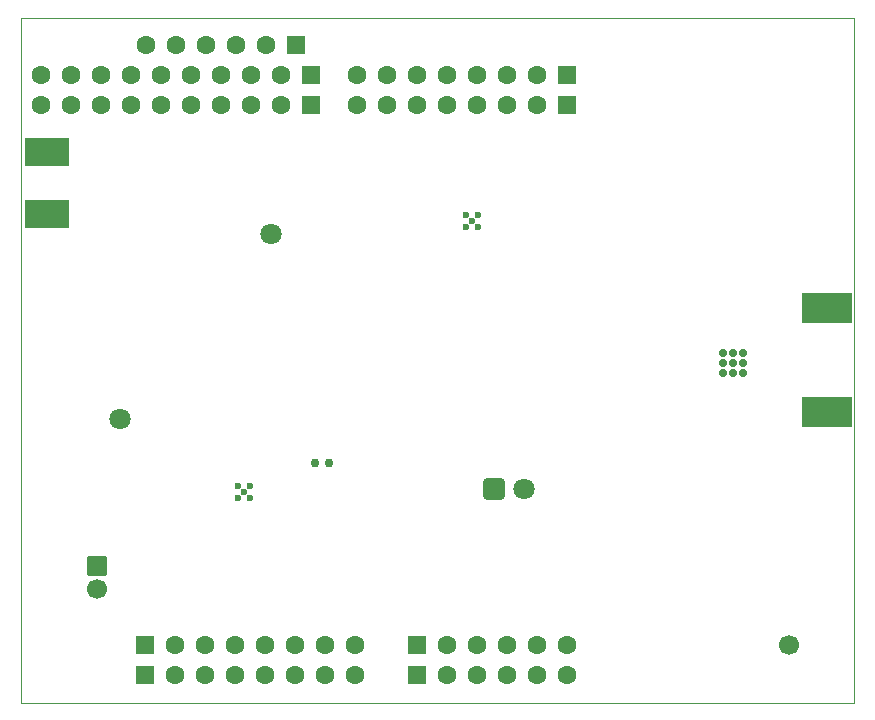
<source format=gbs>
%FSAX43Y43*%
%MOMM*%
G71*
G01*
G75*
G04 Layer_Color=16711935*
%ADD10R,0.350X0.400*%
G04:AMPARAMS|DCode=11|XSize=2.4mm|YSize=2.4mm|CornerRadius=0.06mm|HoleSize=0mm|Usage=FLASHONLY|Rotation=270.000|XOffset=0mm|YOffset=0mm|HoleType=Round|Shape=RoundedRectangle|*
%AMROUNDEDRECTD11*
21,1,2.400,2.280,0,0,270.0*
21,1,2.280,2.400,0,0,270.0*
1,1,0.120,-1.140,-1.140*
1,1,0.120,-1.140,1.140*
1,1,0.120,1.140,1.140*
1,1,0.120,1.140,-1.140*
%
%ADD11ROUNDEDRECTD11*%
%ADD12O,0.300X0.800*%
%ADD13O,0.800X0.300*%
%ADD14R,0.500X0.500*%
%ADD15R,0.850X0.400*%
%ADD16R,0.650X0.650*%
G04:AMPARAMS|DCode=17|XSize=0.65mm|YSize=3.6mm|CornerRadius=0.033mm|HoleSize=0mm|Usage=FLASHONLY|Rotation=270.000|XOffset=0mm|YOffset=0mm|HoleType=Round|Shape=RoundedRectangle|*
%AMROUNDEDRECTD17*
21,1,0.650,3.535,0,0,270.0*
21,1,0.585,3.600,0,0,270.0*
1,1,0.065,-1.768,-0.292*
1,1,0.065,-1.768,0.292*
1,1,0.065,1.768,0.292*
1,1,0.065,1.768,-0.292*
%
%ADD17ROUNDEDRECTD17*%
%ADD18R,1.300X1.300*%
%ADD19R,5.309X2.007*%
%ADD20R,2.007X5.309*%
%ADD21R,0.650X0.650*%
%ADD22O,0.220X0.800*%
%ADD23O,0.800X0.220*%
G04:AMPARAMS|DCode=24|XSize=1.6mm|YSize=1.6mm|CornerRadius=0.04mm|HoleSize=0mm|Usage=FLASHONLY|Rotation=180.000|XOffset=0mm|YOffset=0mm|HoleType=Round|Shape=RoundedRectangle|*
%AMROUNDEDRECTD24*
21,1,1.600,1.520,0,0,180.0*
21,1,1.520,1.600,0,0,180.0*
1,1,0.080,-0.760,0.760*
1,1,0.080,0.760,0.760*
1,1,0.080,0.760,-0.760*
1,1,0.080,-0.760,-0.760*
%
%ADD24ROUNDEDRECTD24*%
G04:AMPARAMS|DCode=25|XSize=2.3mm|YSize=0.8mm|CornerRadius=0.08mm|HoleSize=0mm|Usage=FLASHONLY|Rotation=0.000|XOffset=0mm|YOffset=0mm|HoleType=Round|Shape=RoundedRectangle|*
%AMROUNDEDRECTD25*
21,1,2.300,0.640,0,0,0.0*
21,1,2.140,0.800,0,0,0.0*
1,1,0.160,1.070,-0.320*
1,1,0.160,-1.070,-0.320*
1,1,0.160,-1.070,0.320*
1,1,0.160,1.070,0.320*
%
%ADD25ROUNDEDRECTD25*%
%ADD26R,1.300X1.600*%
%ADD27R,0.850X0.750*%
%ADD28R,1.600X1.800*%
%ADD29R,1.300X1.300*%
%ADD30R,0.900X0.900*%
%ADD31R,0.900X0.900*%
%ADD32R,1.300X1.600*%
%ADD33R,2.380X1.650*%
%ADD34O,0.250X0.600*%
%ADD35R,1.000X0.800*%
%ADD36O,0.900X0.300*%
%ADD37O,0.300X0.900*%
%ADD38R,0.600X0.800*%
%ADD39R,0.300X0.500*%
%ADD40R,0.550X0.550*%
%ADD41R,4.200X1.905*%
%ADD42C,0.600*%
%ADD43C,0.400*%
%ADD44C,0.250*%
%ADD45C,1.000*%
%ADD46C,0.650*%
%ADD47C,0.200*%
%ADD48C,0.257*%
%ADD49C,0.800*%
%ADD50C,0.300*%
%ADD51C,0.500*%
%ADD52C,1.200*%
%ADD53C,1.300*%
%ADD54C,0.900*%
%ADD55C,0.350*%
%ADD56C,0.700*%
%ADD57C,0.150*%
%ADD58C,0.050*%
%ADD59C,1.600*%
%ADD60C,1.500*%
%ADD61R,1.500X1.500*%
G04:AMPARAMS|DCode=62|XSize=2.2mm|YSize=3.6mm|CornerRadius=0.11mm|HoleSize=0mm|Usage=FLASHONLY|Rotation=270.000|XOffset=0mm|YOffset=0mm|HoleType=Round|Shape=RoundedRectangle|*
%AMROUNDEDRECTD62*
21,1,2.200,3.380,0,0,270.0*
21,1,1.980,3.600,0,0,270.0*
1,1,0.220,-1.690,-0.990*
1,1,0.220,-1.690,0.990*
1,1,0.220,1.690,0.990*
1,1,0.220,1.690,-0.990*
%
%ADD62ROUNDEDRECTD62*%
G04:AMPARAMS|DCode=63|XSize=1.6mm|YSize=1.6mm|CornerRadius=0.08mm|HoleSize=0mm|Usage=FLASHONLY|Rotation=270.000|XOffset=0mm|YOffset=0mm|HoleType=Round|Shape=RoundedRectangle|*
%AMROUNDEDRECTD63*
21,1,1.600,1.440,0,0,270.0*
21,1,1.440,1.600,0,0,270.0*
1,1,0.160,-0.720,-0.720*
1,1,0.160,-0.720,0.720*
1,1,0.160,0.720,0.720*
1,1,0.160,0.720,-0.720*
%
%ADD63ROUNDEDRECTD63*%
%ADD64C,1.700*%
G04:AMPARAMS|DCode=65|XSize=1.7mm|YSize=1.7mm|CornerRadius=0.17mm|HoleSize=0mm|Usage=FLASHONLY|Rotation=0.000|XOffset=0mm|YOffset=0mm|HoleType=Round|Shape=RoundedRectangle|*
%AMROUNDEDRECTD65*
21,1,1.700,1.360,0,0,0.0*
21,1,1.360,1.700,0,0,0.0*
1,1,0.340,0.680,-0.680*
1,1,0.340,-0.680,-0.680*
1,1,0.340,-0.680,0.680*
1,1,0.340,0.680,0.680*
%
%ADD65ROUNDEDRECTD65*%
%ADD66R,4.200X2.413*%
%ADD67C,0.400*%
%ADD68C,0.500*%
%ADD69C,0.600*%
%ADD70C,0.660*%
%ADD71C,0.100*%
%ADD72C,0.028*%
%ADD73C,0.025*%
%ADD74C,0.254*%
%ADD75R,0.450X0.500*%
G04:AMPARAMS|DCode=76|XSize=2.5mm|YSize=2.5mm|CornerRadius=0.11mm|HoleSize=0mm|Usage=FLASHONLY|Rotation=270.000|XOffset=0mm|YOffset=0mm|HoleType=Round|Shape=RoundedRectangle|*
%AMROUNDEDRECTD76*
21,1,2.500,2.280,0,0,270.0*
21,1,2.280,2.500,0,0,270.0*
1,1,0.220,-1.140,-1.140*
1,1,0.220,-1.140,1.140*
1,1,0.220,1.140,1.140*
1,1,0.220,1.140,-1.140*
%
%ADD76ROUNDEDRECTD76*%
%ADD77O,0.400X0.900*%
%ADD78O,0.900X0.400*%
%ADD79R,0.600X0.600*%
%ADD80R,0.950X0.500*%
%ADD81R,0.750X0.750*%
G04:AMPARAMS|DCode=82|XSize=0.75mm|YSize=3.7mm|CornerRadius=0.083mm|HoleSize=0mm|Usage=FLASHONLY|Rotation=270.000|XOffset=0mm|YOffset=0mm|HoleType=Round|Shape=RoundedRectangle|*
%AMROUNDEDRECTD82*
21,1,0.750,3.535,0,0,270.0*
21,1,0.585,3.700,0,0,270.0*
1,1,0.165,-1.768,-0.292*
1,1,0.165,-1.768,0.292*
1,1,0.165,1.768,0.292*
1,1,0.165,1.768,-0.292*
%
%ADD82ROUNDEDRECTD82*%
%ADD83R,1.400X1.400*%
%ADD84R,5.409X2.107*%
%ADD85R,2.107X5.409*%
%ADD86R,0.750X0.750*%
%ADD87O,0.320X0.900*%
%ADD88O,0.900X0.320*%
G04:AMPARAMS|DCode=89|XSize=1.7mm|YSize=1.7mm|CornerRadius=0.09mm|HoleSize=0mm|Usage=FLASHONLY|Rotation=180.000|XOffset=0mm|YOffset=0mm|HoleType=Round|Shape=RoundedRectangle|*
%AMROUNDEDRECTD89*
21,1,1.700,1.520,0,0,180.0*
21,1,1.520,1.700,0,0,180.0*
1,1,0.180,-0.760,0.760*
1,1,0.180,0.760,0.760*
1,1,0.180,0.760,-0.760*
1,1,0.180,-0.760,-0.760*
%
%ADD89ROUNDEDRECTD89*%
G04:AMPARAMS|DCode=90|XSize=2.4mm|YSize=0.9mm|CornerRadius=0.13mm|HoleSize=0mm|Usage=FLASHONLY|Rotation=0.000|XOffset=0mm|YOffset=0mm|HoleType=Round|Shape=RoundedRectangle|*
%AMROUNDEDRECTD90*
21,1,2.400,0.640,0,0,0.0*
21,1,2.140,0.900,0,0,0.0*
1,1,0.260,1.070,-0.320*
1,1,0.260,-1.070,-0.320*
1,1,0.260,-1.070,0.320*
1,1,0.260,1.070,0.320*
%
%ADD90ROUNDEDRECTD90*%
%ADD91R,1.400X1.700*%
%ADD92R,0.950X0.850*%
%ADD93R,1.700X1.900*%
%ADD94R,1.400X1.400*%
%ADD95R,1.000X1.000*%
%ADD96R,1.000X1.000*%
%ADD97R,1.400X1.700*%
%ADD98R,2.480X1.750*%
%ADD99O,0.350X0.700*%
%ADD100R,1.100X0.900*%
%ADD101O,1.000X0.400*%
%ADD102O,0.400X1.000*%
%ADD103R,0.700X0.900*%
%ADD104R,0.350X0.550*%
%ADD105R,0.600X0.600*%
%ADD106R,4.300X2.005*%
%ADD107R,1.600X1.600*%
G04:AMPARAMS|DCode=108|XSize=2.4mm|YSize=3.8mm|CornerRadius=0.21mm|HoleSize=0mm|Usage=FLASHONLY|Rotation=270.000|XOffset=0mm|YOffset=0mm|HoleType=Round|Shape=RoundedRectangle|*
%AMROUNDEDRECTD108*
21,1,2.400,3.380,0,0,270.0*
21,1,1.980,3.800,0,0,270.0*
1,1,0.420,-1.690,-0.990*
1,1,0.420,-1.690,0.990*
1,1,0.420,1.690,0.990*
1,1,0.420,1.690,-0.990*
%
%ADD108ROUNDEDRECTD108*%
G04:AMPARAMS|DCode=109|XSize=1.7mm|YSize=1.7mm|CornerRadius=0.13mm|HoleSize=0mm|Usage=FLASHONLY|Rotation=270.000|XOffset=0mm|YOffset=0mm|HoleType=Round|Shape=RoundedRectangle|*
%AMROUNDEDRECTD109*
21,1,1.700,1.440,0,0,270.0*
21,1,1.440,1.700,0,0,270.0*
1,1,0.260,-0.720,-0.720*
1,1,0.260,-0.720,0.720*
1,1,0.260,0.720,0.720*
1,1,0.260,0.720,-0.720*
%
%ADD109ROUNDEDRECTD109*%
%ADD110C,1.800*%
G04:AMPARAMS|DCode=111|XSize=1.8mm|YSize=1.8mm|CornerRadius=0.22mm|HoleSize=0mm|Usage=FLASHONLY|Rotation=0.000|XOffset=0mm|YOffset=0mm|HoleType=Round|Shape=RoundedRectangle|*
%AMROUNDEDRECTD111*
21,1,1.800,1.360,0,0,0.0*
21,1,1.360,1.800,0,0,0.0*
1,1,0.440,0.680,-0.680*
1,1,0.440,-0.680,-0.680*
1,1,0.440,-0.680,0.680*
1,1,0.440,0.680,0.680*
%
%ADD111ROUNDEDRECTD111*%
%ADD112R,4.300X2.513*%
%ADD113C,0.700*%
%ADD114C,0.760*%
D58*
X0000000Y0058000D02*
X0070500D01*
Y0000000D02*
Y0058000D01*
X0000000Y0000000D02*
X0070500D01*
X0000000D02*
Y0058000D01*
D59*
X0028420Y0053150D02*
D03*
X0030960D02*
D03*
X0033500D02*
D03*
X0036040D02*
D03*
X0038580D02*
D03*
X0041120D02*
D03*
X0043660D02*
D03*
X0021960D02*
D03*
X0016880D02*
D03*
X0014340D02*
D03*
X0011800D02*
D03*
X0009260D02*
D03*
X0006720D02*
D03*
X0004180D02*
D03*
X0001640D02*
D03*
X0019420D02*
D03*
X0028280Y0004890D02*
D03*
X0025740D02*
D03*
X0023200D02*
D03*
X0020660D02*
D03*
X0018120D02*
D03*
X0015580D02*
D03*
X0013040D02*
D03*
X0046200D02*
D03*
X0043660D02*
D03*
X0041120D02*
D03*
X0038580D02*
D03*
X0036040D02*
D03*
X0013040Y0002350D02*
D03*
X0015580D02*
D03*
X0018120D02*
D03*
X0020660D02*
D03*
X0023200D02*
D03*
X0025740D02*
D03*
X0028280D02*
D03*
X0046200D02*
D03*
X0043660D02*
D03*
X0041120D02*
D03*
X0038580D02*
D03*
X0036040D02*
D03*
X0019420Y0050610D02*
D03*
X0001640D02*
D03*
X0004180D02*
D03*
X0006720D02*
D03*
X0009260D02*
D03*
X0011800D02*
D03*
X0014340D02*
D03*
X0016880D02*
D03*
X0021960D02*
D03*
X0043660D02*
D03*
X0041120D02*
D03*
X0038580D02*
D03*
X0036040D02*
D03*
X0033500D02*
D03*
X0030960D02*
D03*
X0028420D02*
D03*
X0010530Y0055690D02*
D03*
X0013070D02*
D03*
X0015610D02*
D03*
X0018150D02*
D03*
X0020690D02*
D03*
D64*
X0065000Y0004890D02*
D03*
X0006400Y0009600D02*
D03*
D69*
X0037636Y0040225D02*
D03*
Y0041275D02*
D03*
X0038686D02*
D03*
Y0040225D02*
D03*
X0038161Y0040750D02*
D03*
X0018850Y0017844D02*
D03*
X0019375Y0017319D02*
D03*
Y0018369D02*
D03*
X0018325D02*
D03*
Y0017319D02*
D03*
D107*
X0046200Y0053150D02*
D03*
X0024500D02*
D03*
X0010500Y0004890D02*
D03*
X0033500D02*
D03*
X0010500Y0002350D02*
D03*
X0033500D02*
D03*
X0024500Y0050610D02*
D03*
X0046200D02*
D03*
X0023230Y0055690D02*
D03*
D108*
X0002200Y0046650D02*
D03*
Y0041350D02*
D03*
D109*
X0006400Y0011600D02*
D03*
D110*
X0021190Y0039645D02*
D03*
X0008342Y0023994D02*
D03*
X0042590Y0018100D02*
D03*
D111*
X0040050D02*
D03*
D112*
X0068200Y0024620D02*
D03*
Y0033380D02*
D03*
D113*
X0060250Y0027900D02*
D03*
X0059400Y0028750D02*
D03*
X0060250Y0029600D02*
D03*
X0061100Y0028750D02*
D03*
X0059400Y0029600D02*
D03*
X0060250Y0028750D02*
D03*
X0061100Y0029600D02*
D03*
Y0027900D02*
D03*
X0059400D02*
D03*
D114*
X0024900Y0020300D02*
D03*
X0026100D02*
D03*
M02*

</source>
